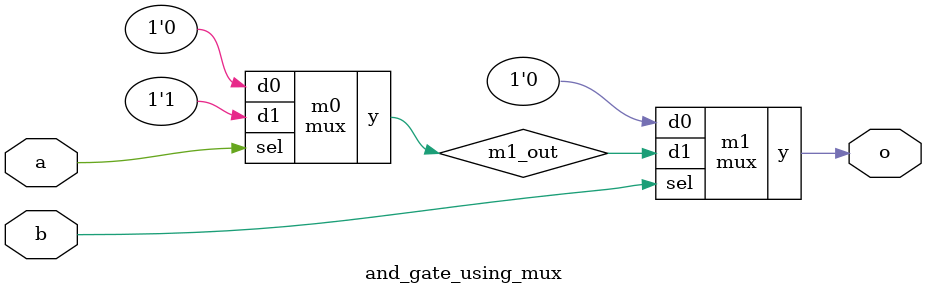
<source format=sv>

module mux
(
  input  d0, d1,
  input  sel,
  output y
);

  assign y = sel ? d1 : d0;

endmodule

//----------------------------------------------------------------------------
// Task
//----------------------------------------------------------------------------

module and_gate_using_mux
(
    input  a,
    input  b,
    output o
);

  // Task:
  // Implement and gate using instance(s) of mux,
  // constants 0 and 1, and wire connections
  wire m1_out;

  mux m0(
    .d0(1'b0),
    .d1(1'b1),
    .sel(a),
    .y(m1_out)
  );

  mux m1(
    .d0(1'b0),
    .d1(m1_out),
    .sel(b),
    .y(o)
  );


endmodule

</source>
